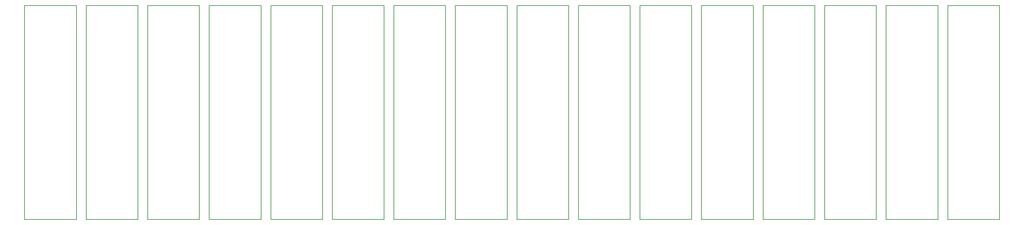
<source format=gbr>
G75*
G70*
%OFA0B0*%
%FSLAX25Y25*%
%IPPOS*%
%LPD*%
%AMOC8*
5,1,8,0,0,1.08239X$1,22.5*
%
%ADD28C,0.00591*%
%ADD37C,0.00394*%
%LPD*%X0000000Y0000000D02*
%LPD*%
G01*
D37*
D28*
X0000000Y0218110D02*
X0000000Y0000000D01*
X0052756Y0218110D02*
X0000000Y0218110D01*
X0052756Y0000000D02*
X0052756Y0218110D01*
X0000000Y0000000D02*
X0052756Y0000000D01*
%LPD*%X0062756Y0000000D02*
%LPD*%
G01*
D37*
D28*
X0062756Y0218110D02*
X0062756Y0000000D01*
X0115512Y0218110D02*
X0062756Y0218110D01*
X0115512Y0000000D02*
X0115512Y0218110D01*
X0062756Y0000000D02*
X0115512Y0000000D01*
%LPD*%X0125512Y0000000D02*
%LPD*%
G01*
D37*
D28*
X0125512Y0218110D02*
X0125512Y0000000D01*
X0178268Y0218110D02*
X0125512Y0218110D01*
X0178268Y0000000D02*
X0178268Y0218110D01*
X0125512Y0000000D02*
X0178268Y0000000D01*
%LPD*%X0188268Y0000000D02*
%LPD*%
G01*
D37*
D28*
X0188268Y0218110D02*
X0188268Y0000000D01*
X0241024Y0218110D02*
X0188268Y0218110D01*
X0241024Y0000000D02*
X0241024Y0218110D01*
X0188268Y0000000D02*
X0241024Y0000000D01*
%LPD*%X0251024Y0000000D02*
%LPD*%
G01*
D37*
D28*
X0251024Y0218110D02*
X0251024Y0000000D01*
X0303780Y0218110D02*
X0251024Y0218110D01*
X0303780Y0000000D02*
X0303780Y0218110D01*
X0251024Y0000000D02*
X0303780Y0000000D01*
%LPD*%X0313780Y0000000D02*
%LPD*%
G01*
D37*
D28*
X0313780Y0218110D02*
X0313780Y0000000D01*
X0366536Y0218110D02*
X0313780Y0218110D01*
X0366536Y0000000D02*
X0366536Y0218110D01*
X0313780Y0000000D02*
X0366536Y0000000D01*
%LPD*%X0376536Y0000000D02*
%LPD*%
G01*
D37*
D28*
X0376536Y0218110D02*
X0376536Y0000000D01*
X0429292Y0218110D02*
X0376536Y0218110D01*
X0429292Y0000000D02*
X0429292Y0218110D01*
X0376536Y0000000D02*
X0429292Y0000000D01*
%LPD*%X0439292Y0000000D02*
%LPD*%
G01*
D37*
D28*
X0439292Y0218110D02*
X0439292Y0000000D01*
X0492048Y0218110D02*
X0439292Y0218110D01*
X0492048Y0000000D02*
X0492048Y0218110D01*
X0439292Y0000000D02*
X0492048Y0000000D01*
%LPD*%X0502048Y0000000D02*
%LPD*%
G01*
D37*
D28*
X0502048Y0218110D02*
X0502048Y0000000D01*
X0554804Y0218110D02*
X0502048Y0218110D01*
X0554804Y0000000D02*
X0554804Y0218110D01*
X0502048Y0000000D02*
X0554804Y0000000D01*
%LPD*%X0564804Y0000000D02*
%LPD*%
G01*
D37*
D28*
X0564804Y0218110D02*
X0564804Y0000000D01*
X0617560Y0218110D02*
X0564804Y0218110D01*
X0617560Y0000000D02*
X0617560Y0218110D01*
X0564804Y0000000D02*
X0617560Y0000000D01*
%LPD*%X0627560Y0000000D02*
%LPD*%
G01*
D37*
D28*
X0627560Y0218110D02*
X0627560Y0000000D01*
X0680316Y0218110D02*
X0627560Y0218110D01*
X0680316Y0000000D02*
X0680316Y0218110D01*
X0627560Y0000000D02*
X0680316Y0000000D01*
%LPD*%X0690316Y0000000D02*
%LPD*%
G01*
D37*
D28*
X0690316Y0218110D02*
X0690316Y0000000D01*
X0743072Y0218110D02*
X0690316Y0218110D01*
X0743072Y0000000D02*
X0743072Y0218110D01*
X0690316Y0000000D02*
X0743072Y0000000D01*
%LPD*%X0753072Y0000000D02*
%LPD*%
G01*
D37*
D28*
X0753072Y0218110D02*
X0753072Y0000000D01*
X0805828Y0218110D02*
X0753072Y0218110D01*
X0805828Y0000000D02*
X0805828Y0218110D01*
X0753072Y0000000D02*
X0805828Y0000000D01*
%LPD*%X0815828Y0000000D02*
%LPD*%
G01*
D37*
D28*
X0815828Y0218110D02*
X0815828Y0000000D01*
X0868584Y0218110D02*
X0815828Y0218110D01*
X0868584Y0000000D02*
X0868584Y0218110D01*
X0815828Y0000000D02*
X0868584Y0000000D01*
%LPD*%X0878584Y0000000D02*
%LPD*%
G01*
D37*
D28*
X0878584Y0218110D02*
X0878584Y0000000D01*
X0931340Y0218110D02*
X0878584Y0218110D01*
X0931340Y0000000D02*
X0931340Y0218110D01*
X0878584Y0000000D02*
X0931340Y0000000D01*
%LPD*%X0941340Y0000000D02*
%LPD*%
G01*
D37*
D28*
X0941340Y0218110D02*
X0941340Y0000000D01*
X0994096Y0218110D02*
X0941340Y0218110D01*
X0994096Y0000000D02*
X0994096Y0218110D01*
X0941340Y0000000D02*
X0994096Y0000000D01*
M02*

</source>
